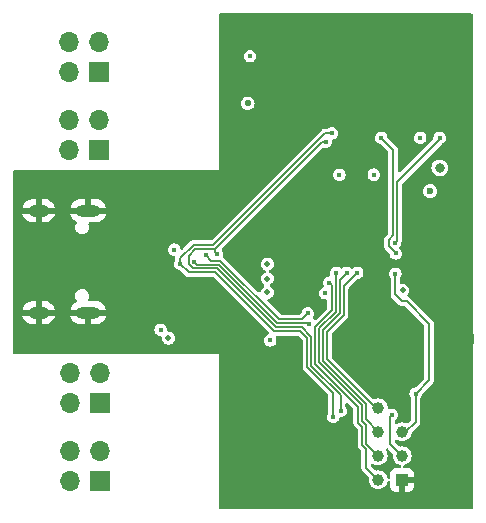
<source format=gbl>
%TF.GenerationSoftware,KiCad,Pcbnew,7.0.7*%
%TF.CreationDate,2024-02-05T14:32:18+01:00*%
%TF.ProjectId,esp-atx-power,6573702d-6174-4782-9d70-6f7765722e6b,1.0.1*%
%TF.SameCoordinates,PX6695f68PY7b6af88*%
%TF.FileFunction,Copper,L4,Bot*%
%TF.FilePolarity,Positive*%
%FSLAX46Y46*%
G04 Gerber Fmt 4.6, Leading zero omitted, Abs format (unit mm)*
G04 Created by KiCad (PCBNEW 7.0.7) date 2024-02-05 14:32:18*
%MOMM*%
%LPD*%
G01*
G04 APERTURE LIST*
%TA.AperFunction,ComponentPad*%
%ADD10R,1.700000X1.700000*%
%TD*%
%TA.AperFunction,ComponentPad*%
%ADD11O,1.700000X1.700000*%
%TD*%
%TA.AperFunction,ComponentPad*%
%ADD12O,2.100000X1.000000*%
%TD*%
%TA.AperFunction,ComponentPad*%
%ADD13O,1.800000X1.000000*%
%TD*%
%TA.AperFunction,ComponentPad*%
%ADD14R,0.500000X0.900000*%
%TD*%
%TA.AperFunction,SMDPad,CuDef*%
%ADD15C,1.000000*%
%TD*%
%TA.AperFunction,SMDPad,CuDef*%
%ADD16R,1.000000X1.000000*%
%TD*%
%TA.AperFunction,ViaPad*%
%ADD17C,0.450000*%
%TD*%
%TA.AperFunction,ViaPad*%
%ADD18C,0.500000*%
%TD*%
%TA.AperFunction,ViaPad*%
%ADD19C,0.550000*%
%TD*%
%TA.AperFunction,ViaPad*%
%ADD20C,0.800000*%
%TD*%
%TA.AperFunction,ViaPad*%
%ADD21C,0.600000*%
%TD*%
%TA.AperFunction,Conductor*%
%ADD22C,0.200000*%
%TD*%
%TA.AperFunction,Conductor*%
%ADD23C,0.250000*%
%TD*%
G04 APERTURE END LIST*
D10*
%TO.P,J104,1,Pin_1*%
%TO.N,Net-(J104-Pin_1)*%
X7747000Y37338000D03*
D11*
%TO.P,J104,2,Pin_2*%
X5207000Y37338000D03*
%TO.P,J104,3,Pin_3*%
%TO.N,Net-(J104-Pin_3)*%
X7747000Y39878000D03*
%TO.P,J104,4,Pin_4*%
X5207000Y39878000D03*
%TD*%
D10*
%TO.P,J103,1,Pin_1*%
%TO.N,Net-(J103-Pin_1)*%
X7747000Y30734000D03*
D11*
%TO.P,J103,2,Pin_2*%
X5207000Y30734000D03*
%TO.P,J103,3,Pin_3*%
%TO.N,Net-(J103-Pin_3)*%
X7747000Y33274000D03*
%TO.P,J103,4,Pin_4*%
X5207000Y33274000D03*
%TD*%
D12*
%TO.P,J105,S1,SHIELD*%
%TO.N,GND*%
X6822000Y25592500D03*
D13*
X2622000Y25592500D03*
D12*
X6822000Y16952500D03*
D13*
X2622000Y16952500D03*
%TD*%
D10*
%TO.P,J101,1,Pin_1*%
%TO.N,Net-(J101-Pin_1)*%
X7809000Y2662000D03*
D11*
%TO.P,J101,2,Pin_2*%
X5269000Y2662000D03*
%TO.P,J101,3,Pin_3*%
%TO.N,Net-(J101-Pin_3)*%
X7809000Y5202000D03*
%TO.P,J101,4,Pin_4*%
X5269000Y5202000D03*
%TD*%
D14*
%TO.P,AE201,2,PCB_Trace*%
%TO.N,GND*%
X39243000Y14708000D03*
%TD*%
D10*
%TO.P,J102,1,Pin_1*%
%TO.N,Net-(J102-Pin_1)*%
X7809000Y9266000D03*
D11*
%TO.P,J102,2,Pin_2*%
X5269000Y9266000D03*
%TO.P,J102,3,Pin_3*%
%TO.N,Net-(J102-Pin_3)*%
X7809000Y11806000D03*
%TO.P,J102,4,Pin_4*%
X5269000Y11806000D03*
%TD*%
D15*
%TO.P,TP203,1,1*%
%TO.N,EN*%
X33401000Y6858000D03*
%TD*%
%TO.P,TP205,1,1*%
%TO.N,Net-(U201-MTD0{slash}IO40)*%
X31369000Y4826000D03*
%TD*%
%TO.P,TP202,1,1*%
%TO.N,+3V3*%
X33401000Y4826000D03*
%TD*%
%TO.P,TP206,1,1*%
%TO.N,Net-(U201-MTDI{slash}IO41)*%
X31369000Y6858000D03*
%TD*%
%TO.P,TP207,1,1*%
%TO.N,Net-(U201-MTMS{slash}IO42)*%
X31369000Y8890000D03*
%TD*%
%TO.P,TP204,1,1*%
%TO.N,Net-(U201-MTCK{slash}IO39)*%
X31369000Y2794000D03*
%TD*%
D16*
%TO.P,TP201,1,1*%
%TO.N,GND*%
X33401000Y2794000D03*
%TD*%
D17*
%TO.N,GND*%
X24430000Y27940000D03*
X24511000Y14605000D03*
D18*
%TO.N,+3V3*%
X13603000Y14802500D03*
D17*
X28085000Y28638500D03*
D19*
X20320000Y34671000D03*
D18*
X21971000Y19826000D03*
D17*
X31006000Y28638500D03*
X26858750Y18603750D03*
D18*
X21971000Y18669000D03*
X21971000Y21082000D03*
X33447000Y18831500D03*
D17*
X32512000Y8317000D03*
X20510500Y38671500D03*
D20*
X36576000Y29210000D03*
D21*
X35773000Y27241500D03*
D17*
X34925000Y31750000D03*
X22225000Y14605000D03*
%TO.N,GND*%
X33655000Y16129000D03*
X37465000Y11049000D03*
X18415000Y36449000D03*
X29845000Y41783000D03*
X18415000Y38989000D03*
X27305000Y5969000D03*
X17145000Y23495000D03*
X31781000Y23558500D03*
X38735000Y9779000D03*
X36195000Y3429000D03*
X33147000Y12446000D03*
X23876000Y36449000D03*
X34671000Y24892000D03*
X35052000Y14351000D03*
X18415000Y12319000D03*
X889000Y16129000D03*
X35052000Y29083000D03*
X4445000Y28448000D03*
X36527363Y20017363D03*
X33655000Y889000D03*
X34671000Y24003000D03*
X34925000Y889000D03*
X24765000Y41783000D03*
X38735000Y17653000D03*
X29576000Y21133000D03*
X18415000Y35179000D03*
X21590000Y35560000D03*
X30907000Y21133000D03*
X9525000Y16129000D03*
X26035000Y41783000D03*
X25781000Y22733000D03*
X30907000Y22288500D03*
X28067000Y12954000D03*
X19685000Y26289000D03*
X2540000Y19939000D03*
X38735000Y40259000D03*
X38735000Y5969000D03*
X889000Y22479000D03*
X37465000Y13589000D03*
X38735000Y2159000D03*
X33782000Y8128000D03*
X26035000Y889000D03*
X37465000Y9779000D03*
X23749000Y11049000D03*
X18415000Y4572000D03*
X1905000Y13970000D03*
X37465000Y21209000D03*
X18415000Y13589000D03*
X9525000Y28448000D03*
X15748000Y17145000D03*
X37592000Y20066000D03*
X38735000Y13589000D03*
X38735000Y28829000D03*
X38735000Y35179000D03*
X889000Y19939000D03*
X3175000Y13970000D03*
X33274000Y29210000D03*
X18415000Y40259000D03*
X25781000Y24003000D03*
X31781000Y22288500D03*
X25400000Y26924000D03*
X35539509Y18377589D03*
X38735000Y31369000D03*
X18415000Y11049000D03*
X17145000Y13716000D03*
X889000Y25019000D03*
X10287000Y24384000D03*
X27305000Y889000D03*
X34544000Y13589000D03*
X19685000Y21971000D03*
X38735000Y27559000D03*
X22225000Y41783000D03*
X15875000Y13716000D03*
X24511000Y22733000D03*
X28575000Y889000D03*
X27686000Y14605000D03*
X12065000Y28448000D03*
X15748000Y18288000D03*
X12065000Y13970000D03*
X30907000Y23558500D03*
X37465000Y22479000D03*
X38735000Y11049000D03*
X4445000Y18669000D03*
X9525000Y13970000D03*
X25146000Y17780000D03*
X33401000Y31115000D03*
X4445000Y16129000D03*
X36195000Y41783000D03*
X22225000Y28829000D03*
X33655000Y38989000D03*
X27305000Y41783000D03*
X32258000Y12446000D03*
X38735000Y36449000D03*
X10795000Y13970000D03*
X27686000Y13779500D03*
X18415000Y2159000D03*
X24511000Y24003000D03*
X33909000Y12954000D03*
X2540000Y22479000D03*
X889000Y18669000D03*
X34918588Y19036809D03*
X36322000Y13589000D03*
X9017000Y26289000D03*
X23876000Y7620000D03*
X38735000Y33909000D03*
X4445000Y23749000D03*
X38735000Y32639000D03*
X38735000Y12319000D03*
X29464000Y17462500D03*
X36161499Y17730844D03*
X38735000Y21209000D03*
X38735000Y37719000D03*
X9271000Y23368000D03*
X9539000Y21272500D03*
X35052000Y21209000D03*
X37352863Y19191863D03*
X18415000Y28829000D03*
X30018000Y28638500D03*
X38735000Y38989000D03*
X19939000Y16637000D03*
X38735000Y22479000D03*
X28448000Y23558500D03*
X24430000Y26924000D03*
X36322000Y16129000D03*
X36195000Y38989000D03*
X23876000Y38989000D03*
X38735000Y8509000D03*
X38735000Y25019000D03*
X31369000Y12446000D03*
X18796000Y15367000D03*
X18415000Y7239000D03*
X28829000Y7620000D03*
X34671000Y12319000D03*
X10795000Y28448000D03*
X9017000Y18542000D03*
X23495000Y13589000D03*
X29576000Y22288500D03*
X38735000Y7239000D03*
X31115000Y889000D03*
X31115000Y41783000D03*
X36195000Y5969000D03*
X38735000Y889000D03*
X13335000Y26289000D03*
X26924000Y28575000D03*
X33782000Y27940000D03*
X14605000Y13970000D03*
X18415000Y30099000D03*
X29637000Y12445481D03*
X35052000Y15240000D03*
X17145000Y28448000D03*
X13335000Y13970000D03*
X24511000Y20320000D03*
X30480000Y17462500D03*
X37465000Y27559000D03*
X29002000Y28638500D03*
X19685000Y889000D03*
X27305000Y3429000D03*
X18415000Y32639000D03*
X38735000Y18796000D03*
X30480000Y18415000D03*
X13335000Y28448000D03*
X23114000Y17653000D03*
X32004000Y28130500D03*
X36195000Y889000D03*
X18415000Y9779000D03*
X37719000Y16256000D03*
X32385000Y889000D03*
X4445000Y13970000D03*
X22225000Y889000D03*
X18415000Y3429000D03*
X29576000Y24713000D03*
X37592000Y28829000D03*
X6985000Y13970000D03*
X38735000Y3429000D03*
X36195000Y36449000D03*
X38735000Y41529000D03*
X4445000Y21209000D03*
X889000Y14859000D03*
X33655000Y26416000D03*
X23876000Y5969000D03*
X31115000Y11049000D03*
X31115000Y36449000D03*
X38735000Y4699000D03*
X37465000Y31369000D03*
X25781000Y21463000D03*
X5715000Y28448000D03*
X36195000Y8509000D03*
X34290000Y19685000D03*
X28575000Y41783000D03*
X37465000Y26289000D03*
X34925000Y41783000D03*
X18415000Y33909000D03*
X18415000Y889000D03*
X38354000Y14859000D03*
X32385000Y41783000D03*
X29845000Y889000D03*
X19685000Y23495000D03*
X38735000Y19939000D03*
X14605000Y28448000D03*
X1905000Y28448000D03*
X28829000Y12700000D03*
X30226000Y31115000D03*
X36322000Y14859000D03*
X29576000Y23558500D03*
X36449000Y21209000D03*
X23495000Y889000D03*
X36322000Y11049000D03*
X36322000Y12319000D03*
X889000Y17399000D03*
X37465000Y12319000D03*
X889000Y26289000D03*
X26035000Y36449000D03*
X4445000Y26289000D03*
X33655000Y41783000D03*
X34671000Y16129000D03*
X28067000Y15494000D03*
X889000Y21209000D03*
X16891000Y17145000D03*
X28448000Y22288500D03*
X12319000Y24130000D03*
X24511000Y12700000D03*
X24765000Y889000D03*
X38608000Y16002000D03*
X35560000Y17018000D03*
X24130000Y30861000D03*
X34671000Y23050500D03*
X25908000Y19177000D03*
X18415000Y8509000D03*
X37465000Y25019000D03*
X10287000Y17526000D03*
X38735000Y26289000D03*
X23495000Y41783000D03*
X30861000Y24713000D03*
X20955000Y41783000D03*
X28575000Y38989000D03*
X37465000Y32639000D03*
X33655000Y11049000D03*
X24511000Y21463000D03*
X16891000Y18288000D03*
X18415000Y31369000D03*
X29464000Y3429000D03*
X32385000Y3937000D03*
X29464000Y16637000D03*
X29591000Y33655000D03*
X37465000Y14859000D03*
X28829000Y16002000D03*
X38735000Y30099000D03*
X23876000Y3429000D03*
X38735000Y23749000D03*
X37465000Y41783000D03*
X18415000Y41783000D03*
X17145000Y26289000D03*
X18415000Y5969000D03*
X6985000Y28448000D03*
X20828000Y19431000D03*
X36947015Y16997576D03*
X15875000Y28448000D03*
X37465000Y23749000D03*
X30480000Y16637000D03*
X37465000Y30099000D03*
X3175000Y28448000D03*
X37465000Y889000D03*
X19685000Y27813000D03*
X32639000Y34036000D03*
X889000Y27559000D03*
X20955000Y889000D03*
X8255000Y28448000D03*
X33655000Y36449000D03*
X30480000Y12446000D03*
X5715000Y13970000D03*
X29464000Y5969000D03*
X28575000Y36449000D03*
X19685000Y41783000D03*
X889000Y23749000D03*
X18415000Y37719000D03*
X33655000Y34036000D03*
X8255000Y13970000D03*
%TO.N,VBUS*%
X12954000Y15494000D03*
X14097000Y22288500D03*
%TO.N,EN*%
X34544000Y10097000D03*
X32812000Y20256500D03*
%TO.N,BOOT*%
X32860132Y21971000D03*
X31623000Y31750000D03*
%TO.N,DTR*%
X27432000Y32131000D03*
X14605000Y21082000D03*
X27559000Y8128000D03*
%TO.N,RTS*%
X26924000Y31435000D03*
X28194000Y8636000D03*
X17717460Y21906540D03*
%TO.N,RX*%
X25400000Y16891000D03*
X16764000Y21844000D03*
%TO.N,TX*%
X15811500Y21272500D03*
X25527000Y16002000D03*
%TO.N,STATUS*%
X36576000Y31750000D03*
X32766000Y22860000D03*
%TO.N,Net-(U201-MTCK{slash}IO39)*%
X27224000Y19494500D03*
%TO.N,Net-(U201-MTD0{slash}IO40)*%
X27813000Y20320000D03*
%TO.N,Net-(U201-MTDI{slash}IO41)*%
X28702000Y20320000D03*
%TO.N,Net-(U201-MTMS{slash}IO42)*%
X29591000Y20320000D03*
%TD*%
D22*
%TO.N,DTR*%
X27559000Y8128000D02*
X27559000Y10160000D01*
X27559000Y10160000D02*
X25381000Y12338000D01*
X25381000Y12338000D02*
X25381000Y14796552D01*
X25381000Y14796552D02*
X24775552Y15402000D01*
X24775552Y15402000D02*
X22557260Y15402000D01*
X22557260Y15402000D02*
X17585260Y20374000D01*
X17585260Y20374000D02*
X15313000Y20374000D01*
X15313000Y20374000D02*
X14605000Y21082000D01*
%TO.N,RTS*%
X28194000Y9987448D02*
X25708000Y12473448D01*
X15307500Y21063736D02*
X15307500Y21784500D01*
X15307500Y21784500D02*
X15871000Y22348000D01*
X25708000Y12473448D02*
X25708000Y14932000D01*
X25708000Y14932000D02*
X24911000Y15729000D01*
X28194000Y8636000D02*
X28194000Y9987448D01*
X24911000Y15729000D02*
X22692708Y15729000D01*
X15871000Y22348000D02*
X17529053Y22348000D01*
X22692708Y15729000D02*
X17720708Y20701000D01*
X17720708Y20701000D02*
X15670236Y20701000D01*
X15670236Y20701000D02*
X15307500Y21063736D01*
%TO.N,RX*%
X25400000Y16891000D02*
X24892000Y16383000D01*
X24892000Y16383000D02*
X22963604Y16383000D01*
X17991604Y21355000D02*
X17253000Y21355000D01*
X17253000Y21355000D02*
X16764000Y21844000D01*
X22963604Y16383000D02*
X17991604Y21355000D01*
%TO.N,RTS*%
X17529053Y22348000D02*
X26616053Y31435000D01*
X26616053Y31435000D02*
X26924000Y31435000D01*
%TO.N,DTR*%
X17393605Y22675000D02*
X15735552Y22675000D01*
X27432000Y32131000D02*
X26849605Y32131000D01*
X14605000Y21544448D02*
X14605000Y21082000D01*
X26849605Y32131000D02*
X17393605Y22675000D01*
X15735552Y22675000D02*
X14605000Y21544448D01*
%TO.N,+3V3*%
X32385000Y8190000D02*
X32385000Y5842000D01*
X32385000Y5842000D02*
X33402500Y4824500D01*
X33402500Y4824500D02*
X33415000Y4824500D01*
X32512000Y8317000D02*
X32385000Y8190000D01*
%TO.N,EN*%
X33401000Y17907000D02*
X33789132Y17907000D01*
X32812000Y18496000D02*
X33401000Y17907000D01*
X35687000Y16009132D02*
X35687000Y11240000D01*
X35687000Y11240000D02*
X34544000Y10097000D01*
X34544000Y10097000D02*
X34544000Y7731500D01*
X33789132Y17907000D02*
X35687000Y16009132D01*
X32812000Y20256500D02*
X32812000Y18496000D01*
X34544000Y7731500D02*
X33669000Y6856500D01*
D23*
X33669000Y6856500D02*
X33415000Y6856500D01*
D22*
%TO.N,BOOT*%
X32860132Y21971000D02*
X32262000Y22569132D01*
X32262000Y22569132D02*
X32262000Y23118000D01*
X32639000Y23495000D02*
X32639000Y30734000D01*
X32262000Y23118000D02*
X32639000Y23495000D01*
X32639000Y30734000D02*
X31623000Y31750000D01*
%TO.N,RTS*%
X17529053Y22094947D02*
X17717460Y21906540D01*
X17529053Y22348000D02*
X17529053Y22094947D01*
%TO.N,TX*%
X16056000Y21028000D02*
X17856156Y21028000D01*
X22828156Y16056000D02*
X25473000Y16056000D01*
X17856156Y21028000D02*
X22828156Y16056000D01*
X15811500Y21272500D02*
X16056000Y21028000D01*
X25473000Y16056000D02*
X25527000Y16002000D01*
%TO.N,STATUS*%
X32766000Y22860000D02*
X32966000Y23060000D01*
X36576000Y31623000D02*
X36576000Y31750000D01*
X32966000Y23060000D02*
X32966000Y28013000D01*
X32966000Y28013000D02*
X36576000Y31623000D01*
%TO.N,Net-(U201-MTCK{slash}IO39)*%
X26035000Y12608896D02*
X29664526Y8979370D01*
X27463000Y19255500D02*
X27463000Y17176000D01*
X30026000Y5719052D02*
X30353000Y5392052D01*
X30026000Y7288604D02*
X30026000Y5719052D01*
X27224000Y19494500D02*
X27463000Y19255500D01*
X30353000Y3822500D02*
X31383000Y2792500D01*
X29664526Y7650078D02*
X30026000Y7288604D01*
X27463000Y17176000D02*
X26035000Y15748000D01*
X26035000Y15748000D02*
X26035000Y12608896D01*
X29664526Y8979370D02*
X29664526Y7650078D01*
X30353000Y5392052D02*
X30353000Y3822500D01*
%TO.N,Net-(U201-MTD0{slash}IO40)*%
X27790000Y17040552D02*
X26362000Y15612552D01*
X27813000Y20320000D02*
X27790000Y20297000D01*
X29991526Y7785526D02*
X30353000Y7424052D01*
X30353000Y5854500D02*
X31383000Y4824500D01*
X26362000Y12744344D02*
X29991526Y9114818D01*
X29991526Y9114818D02*
X29991526Y7785526D01*
X27790000Y20297000D02*
X27790000Y17040552D01*
X30353000Y7424052D02*
X30353000Y5854500D01*
X26362000Y15612552D02*
X26362000Y12744344D01*
%TO.N,Net-(U201-MTDI{slash}IO41)*%
X26689000Y12879792D02*
X30318526Y9250266D01*
X30318526Y9250266D02*
X30318526Y7920974D01*
X28702000Y20320000D02*
X28117000Y19735000D01*
X30318526Y7920974D02*
X31383000Y6856500D01*
X28117000Y19735000D02*
X28117000Y16905104D01*
X26689000Y15477104D02*
X26689000Y12879792D01*
X28117000Y16905104D02*
X26689000Y15477104D01*
%TO.N,Net-(U201-MTMS{slash}IO42)*%
X28444000Y19173000D02*
X28444000Y16769656D01*
X29591000Y20320000D02*
X28444000Y19173000D01*
X27016000Y13015240D02*
X31142740Y8888500D01*
X28444000Y16769656D02*
X27016000Y15341656D01*
X31142740Y8888500D02*
X31383000Y8888500D01*
X27016000Y15341656D02*
X27016000Y13015240D01*
%TD*%
%TA.AperFunction,Conductor*%
%TO.N,GND*%
G36*
X32207603Y5452676D02*
G01*
X32213130Y5447477D01*
X32577428Y5083180D01*
X32610913Y5021857D01*
X32612967Y4981616D01*
X32595435Y4826005D01*
X32595435Y4825997D01*
X32615630Y4646751D01*
X32615631Y4646746D01*
X32675211Y4476477D01*
X32771183Y4323738D01*
X32771184Y4323738D01*
X32898738Y4196184D01*
X32963058Y4155769D01*
X33051474Y4100213D01*
X33051478Y4100211D01*
X33190686Y4051500D01*
X33221745Y4040632D01*
X33228532Y4039083D01*
X33227926Y4036428D01*
X33280936Y4014153D01*
X33320490Y3956557D01*
X33322627Y3886720D01*
X33286668Y3826814D01*
X33224030Y3795859D01*
X33202637Y3794000D01*
X32853155Y3794000D01*
X32793627Y3787599D01*
X32793620Y3787597D01*
X32658913Y3737355D01*
X32658906Y3737351D01*
X32543812Y3651191D01*
X32543809Y3651188D01*
X32457649Y3536094D01*
X32457645Y3536087D01*
X32407403Y3401380D01*
X32407401Y3401373D01*
X32401000Y3341845D01*
X32401000Y2992363D01*
X32381315Y2925324D01*
X32328511Y2879569D01*
X32259353Y2869625D01*
X32195797Y2898650D01*
X32158023Y2957428D01*
X32156188Y2966530D01*
X32155917Y2966468D01*
X32154368Y2973255D01*
X32094788Y3143524D01*
X31998815Y3296263D01*
X31871262Y3423816D01*
X31718523Y3519789D01*
X31548254Y3579369D01*
X31548249Y3579370D01*
X31369004Y3599565D01*
X31368996Y3599565D01*
X31224620Y3583298D01*
X31155798Y3595353D01*
X31123056Y3618837D01*
X30789819Y3952074D01*
X30756334Y4013397D01*
X30753500Y4039755D01*
X30753500Y4042975D01*
X30773185Y4110014D01*
X30825989Y4155769D01*
X30895147Y4165713D01*
X30943472Y4147968D01*
X31019473Y4100213D01*
X31019477Y4100212D01*
X31019478Y4100211D01*
X31046719Y4090679D01*
X31189745Y4040632D01*
X31189750Y4040631D01*
X31368996Y4020435D01*
X31369000Y4020435D01*
X31369004Y4020435D01*
X31548249Y4040631D01*
X31548252Y4040632D01*
X31548255Y4040632D01*
X31718522Y4100211D01*
X31871262Y4196184D01*
X31998816Y4323738D01*
X32094789Y4476478D01*
X32154368Y4646745D01*
X32174565Y4826000D01*
X32174564Y4826005D01*
X32154369Y5005250D01*
X32154368Y5005255D01*
X32094788Y5175524D01*
X32020455Y5293824D01*
X32001455Y5361061D01*
X32021823Y5427896D01*
X32075091Y5473110D01*
X32144347Y5482348D01*
X32207603Y5452676D01*
G37*
%TD.AperFunction*%
%TA.AperFunction,Conductor*%
G36*
X39313039Y42281159D02*
G01*
X39358794Y42228355D01*
X39370000Y42176844D01*
X39370000Y424500D01*
X39350315Y357461D01*
X39297511Y311706D01*
X39246000Y300500D01*
X18031000Y300500D01*
X17963961Y320185D01*
X17918206Y372989D01*
X17907000Y424500D01*
X17907000Y13462000D01*
X551500Y13462000D01*
X484461Y13481685D01*
X438706Y13534489D01*
X427500Y13586000D01*
X427500Y15494000D01*
X12423965Y15494000D01*
X12441763Y15358811D01*
X12442026Y15356819D01*
X12442027Y15356814D01*
X12494974Y15228985D01*
X12494975Y15228983D01*
X12494976Y15228982D01*
X12579209Y15119209D01*
X12688982Y15034976D01*
X12816817Y14982026D01*
X12944110Y14965268D01*
X13008005Y14937002D01*
X13046476Y14878677D01*
X13050862Y14826146D01*
X13047750Y14802506D01*
X13047750Y14802500D01*
X13066670Y14658792D01*
X13066671Y14658788D01*
X13122137Y14524878D01*
X13122138Y14524876D01*
X13122139Y14524875D01*
X13210379Y14409879D01*
X13325375Y14321639D01*
X13459291Y14266170D01*
X13586280Y14249452D01*
X13602999Y14247250D01*
X13603000Y14247250D01*
X13603001Y14247250D01*
X13617977Y14249222D01*
X13746709Y14266170D01*
X13880625Y14321639D01*
X13995621Y14409879D01*
X14083861Y14524875D01*
X14139330Y14658791D01*
X14158250Y14802500D01*
X14139330Y14946209D01*
X14083861Y15080125D01*
X13995621Y15195121D01*
X13880625Y15283361D01*
X13880624Y15283362D01*
X13880622Y15283363D01*
X13746712Y15338829D01*
X13746710Y15338830D01*
X13746709Y15338830D01*
X13668699Y15349101D01*
X13594942Y15358811D01*
X13595274Y15361338D01*
X13540453Y15377435D01*
X13494698Y15430239D01*
X13486363Y15485872D01*
X13484035Y15485872D01*
X13484035Y15494001D01*
X13482152Y15508298D01*
X13465974Y15631183D01*
X13413024Y15759017D01*
X13328791Y15868791D01*
X13328789Y15868792D01*
X13328789Y15868793D01*
X13262220Y15919873D01*
X13219018Y15953024D01*
X13219017Y15953025D01*
X13219015Y15953026D01*
X13091186Y16005973D01*
X13091184Y16005974D01*
X13091183Y16005974D01*
X12999727Y16018015D01*
X12954001Y16024035D01*
X12953999Y16024035D01*
X12885408Y16015005D01*
X12816817Y16005974D01*
X12816816Y16005974D01*
X12816813Y16005973D01*
X12688985Y15953026D01*
X12579209Y15868791D01*
X12494974Y15759015D01*
X12442027Y15631187D01*
X12442026Y15631184D01*
X12442026Y15631183D01*
X12423965Y15494000D01*
X427500Y15494000D01*
X427500Y16702500D01*
X1248634Y16702500D01*
X1248931Y16700554D01*
X1248933Y16700548D01*
X1319562Y16509843D01*
X1319565Y16509836D01*
X1427149Y16337233D01*
X1567264Y16189832D01*
X1567266Y16189831D01*
X1734195Y16073644D01*
X1921092Y15993441D01*
X2120310Y15952500D01*
X2371999Y15952500D01*
X2372000Y16528500D01*
X2391685Y16595539D01*
X2444489Y16641294D01*
X2496000Y16652500D01*
X2748000Y16652500D01*
X2815039Y16632815D01*
X2860794Y16580011D01*
X2872000Y16528500D01*
X2871999Y15952500D01*
X3072713Y15952500D01*
X3224338Y15967919D01*
X3418381Y16028800D01*
X3418391Y16028805D01*
X3596215Y16127506D01*
X3596216Y16127506D01*
X3750530Y16259979D01*
X3750531Y16259980D01*
X3875018Y16420805D01*
X3964588Y16603407D01*
X3990246Y16702500D01*
X5298634Y16702500D01*
X5298931Y16700554D01*
X5298933Y16700548D01*
X5369562Y16509843D01*
X5369565Y16509836D01*
X5477149Y16337233D01*
X5617264Y16189832D01*
X5617266Y16189831D01*
X5784195Y16073644D01*
X5971092Y15993441D01*
X6170310Y15952500D01*
X6572000Y15952500D01*
X6572000Y16528500D01*
X6591685Y16595539D01*
X6644489Y16641294D01*
X6696000Y16652500D01*
X6948000Y16652500D01*
X7015039Y16632815D01*
X7060794Y16580011D01*
X7072000Y16528500D01*
X7072000Y15952500D01*
X7422713Y15952500D01*
X7574338Y15967919D01*
X7768381Y16028800D01*
X7768391Y16028805D01*
X7946215Y16127506D01*
X7946216Y16127506D01*
X8100530Y16259979D01*
X8100531Y16259980D01*
X8225018Y16420805D01*
X8314588Y16603407D01*
X8340246Y16702500D01*
X7776979Y16702500D01*
X7709940Y16722185D01*
X7664185Y16774989D01*
X7654241Y16844147D01*
X7657713Y16860434D01*
X7669854Y16903107D01*
X7675895Y16924340D01*
X7665546Y17036021D01*
X7665544Y17036025D01*
X7663115Y17044563D01*
X7663701Y17114430D01*
X7701966Y17172890D01*
X7765763Y17201381D01*
X7782381Y17202500D01*
X8345366Y17202500D01*
X8345068Y17204447D01*
X8345066Y17204453D01*
X8274437Y17395158D01*
X8274434Y17395165D01*
X8166850Y17567768D01*
X8026735Y17715169D01*
X8026733Y17715170D01*
X7859804Y17831357D01*
X7672907Y17911560D01*
X7473690Y17952500D01*
X6936713Y17952500D01*
X6869674Y17972185D01*
X6823919Y18024989D01*
X6813975Y18094147D01*
X6822152Y18123953D01*
X6866584Y18231220D01*
X6886500Y18382500D01*
X6883904Y18402216D01*
X6867702Y18525288D01*
X6866584Y18533780D01*
X6821420Y18642814D01*
X6808193Y18674748D01*
X6808192Y18674749D01*
X6808192Y18674750D01*
X6715304Y18795804D01*
X6594250Y18888692D01*
X6594249Y18888693D01*
X6594247Y18888694D01*
X6453280Y18947084D01*
X6453278Y18947085D01*
X6339981Y18962000D01*
X6339980Y18962000D01*
X6264020Y18962000D01*
X6264019Y18962000D01*
X6150721Y18947085D01*
X6150719Y18947084D01*
X6009752Y18888694D01*
X5888696Y18795804D01*
X5795806Y18674748D01*
X5737416Y18533781D01*
X5737415Y18533779D01*
X5717500Y18382502D01*
X5717500Y18382499D01*
X5737415Y18231222D01*
X5737416Y18231220D01*
X5795806Y18090253D01*
X5795808Y18090250D01*
X5847277Y18023174D01*
X5872471Y17958005D01*
X5858433Y17889560D01*
X5809619Y17839571D01*
X5809079Y17839269D01*
X5697784Y17777495D01*
X5697783Y17777495D01*
X5543469Y17645022D01*
X5543468Y17645021D01*
X5418981Y17484196D01*
X5329411Y17301594D01*
X5303754Y17202500D01*
X5867021Y17202500D01*
X5934060Y17182815D01*
X5979815Y17130011D01*
X5989759Y17060853D01*
X5986287Y17044566D01*
X5968105Y16980663D01*
X5968104Y16980663D01*
X5978453Y16868983D01*
X5980885Y16860437D01*
X5980299Y16790570D01*
X5942034Y16732110D01*
X5878237Y16703619D01*
X5861619Y16702500D01*
X5298634Y16702500D01*
X3990246Y16702500D01*
X3426979Y16702500D01*
X3359940Y16722185D01*
X3314185Y16774989D01*
X3304241Y16844147D01*
X3307713Y16860434D01*
X3319854Y16903107D01*
X3325895Y16924340D01*
X3315546Y17036021D01*
X3315544Y17036025D01*
X3313115Y17044563D01*
X3313701Y17114430D01*
X3351966Y17172890D01*
X3415763Y17201381D01*
X3432381Y17202500D01*
X3995366Y17202500D01*
X3995068Y17204447D01*
X3995066Y17204453D01*
X3924437Y17395158D01*
X3924434Y17395165D01*
X3816850Y17567768D01*
X3676735Y17715169D01*
X3676733Y17715170D01*
X3509804Y17831357D01*
X3322907Y17911560D01*
X3123690Y17952500D01*
X2872000Y17952500D01*
X2872000Y17376500D01*
X2852315Y17309461D01*
X2799511Y17263706D01*
X2748000Y17252500D01*
X2496000Y17252500D01*
X2428961Y17272185D01*
X2383206Y17324989D01*
X2372000Y17376500D01*
X2372000Y17952500D01*
X2171287Y17952500D01*
X2019661Y17937082D01*
X1825618Y17876201D01*
X1825608Y17876196D01*
X1647784Y17777495D01*
X1647783Y17777495D01*
X1493469Y17645022D01*
X1493468Y17645021D01*
X1368981Y17484196D01*
X1279411Y17301594D01*
X1253754Y17202500D01*
X1817021Y17202500D01*
X1884060Y17182815D01*
X1929815Y17130011D01*
X1939759Y17060853D01*
X1936287Y17044566D01*
X1918105Y16980663D01*
X1918104Y16980663D01*
X1928453Y16868983D01*
X1930885Y16860437D01*
X1930299Y16790570D01*
X1892034Y16732110D01*
X1828237Y16703619D01*
X1811619Y16702500D01*
X1248634Y16702500D01*
X427500Y16702500D01*
X427500Y22288500D01*
X13566965Y22288500D01*
X13582361Y22171556D01*
X13585026Y22151319D01*
X13585027Y22151314D01*
X13637974Y22023485D01*
X13637975Y22023483D01*
X13637976Y22023482D01*
X13722209Y21913709D01*
X13831982Y21829476D01*
X13959817Y21776526D01*
X14097000Y21758465D01*
X14097002Y21758466D01*
X14099466Y21758141D01*
X14163363Y21729875D01*
X14201834Y21671550D01*
X14205755Y21615806D01*
X14204499Y21607880D01*
X14204497Y21524632D01*
X14204500Y21524604D01*
X14204500Y21465380D01*
X14184815Y21398341D01*
X14178876Y21389894D01*
X14145975Y21347018D01*
X14093027Y21219187D01*
X14093026Y21219182D01*
X14074965Y21082001D01*
X14074965Y21082000D01*
X14093026Y20944819D01*
X14093027Y20944814D01*
X14145974Y20816985D01*
X14145975Y20816983D01*
X14145976Y20816982D01*
X14230209Y20707209D01*
X14339982Y20622976D01*
X14467817Y20570026D01*
X14521397Y20562973D01*
X14585292Y20534707D01*
X14592892Y20527715D01*
X14800607Y20320001D01*
X14984950Y20135658D01*
X15074658Y20045950D01*
X15094395Y20035894D01*
X15110981Y20025731D01*
X15128910Y20012704D01*
X15128912Y20012704D01*
X15128913Y20012703D01*
X15149974Y20005860D01*
X15167953Y19998414D01*
X15187696Y19988354D01*
X15209585Y19984888D01*
X15228501Y19980347D01*
X15249567Y19973501D01*
X15278924Y19973501D01*
X15278948Y19973500D01*
X15281481Y19973500D01*
X17368005Y19973500D01*
X17435044Y19953815D01*
X17455686Y19937181D01*
X22089582Y15303285D01*
X22123067Y15241962D01*
X22118083Y15172270D01*
X22076211Y15116337D01*
X22049354Y15101043D01*
X21959985Y15064025D01*
X21959983Y15064024D01*
X21922126Y15034975D01*
X21850209Y14979791D01*
X21765974Y14870015D01*
X21713027Y14742187D01*
X21713026Y14742182D01*
X21694965Y14605001D01*
X21694965Y14605000D01*
X21713026Y14467819D01*
X21713027Y14467814D01*
X21765974Y14339985D01*
X21765975Y14339983D01*
X21765976Y14339982D01*
X21850209Y14230209D01*
X21959982Y14145976D01*
X22087817Y14093026D01*
X22210702Y14076848D01*
X22224999Y14074965D01*
X22225000Y14074965D01*
X22225001Y14074965D01*
X22237947Y14076670D01*
X22362183Y14093026D01*
X22490018Y14145976D01*
X22599791Y14230209D01*
X22684024Y14339982D01*
X22736974Y14467817D01*
X22755035Y14605000D01*
X22736974Y14742183D01*
X22700580Y14830048D01*
X22693111Y14899517D01*
X22724387Y14961996D01*
X22784476Y14997648D01*
X22815141Y15001500D01*
X24558297Y15001500D01*
X24625336Y14981815D01*
X24645978Y14965181D01*
X24944181Y14666978D01*
X24977666Y14605655D01*
X24980500Y14579297D01*
X24980500Y12274571D01*
X24980501Y12274561D01*
X24987346Y12253493D01*
X24991887Y12234582D01*
X24995354Y12212696D01*
X24995355Y12212693D01*
X25005412Y12192955D01*
X25012857Y12174982D01*
X25019704Y12153910D01*
X25032726Y12135986D01*
X25042890Y12119400D01*
X25052950Y12099658D01*
X25073864Y12078744D01*
X25073893Y12078713D01*
X27122181Y10030427D01*
X27155666Y9969104D01*
X27158500Y9942746D01*
X27158500Y8511380D01*
X27138815Y8444341D01*
X27132876Y8435894D01*
X27099975Y8393018D01*
X27047027Y8265187D01*
X27047026Y8265184D01*
X27047026Y8265183D01*
X27042618Y8231702D01*
X27033678Y8163794D01*
X27028965Y8128000D01*
X27037648Y8062045D01*
X27047026Y7990819D01*
X27047027Y7990814D01*
X27099974Y7862985D01*
X27099975Y7862983D01*
X27099976Y7862982D01*
X27184209Y7753209D01*
X27293982Y7668976D01*
X27293983Y7668976D01*
X27293984Y7668975D01*
X27317214Y7659353D01*
X27421817Y7616026D01*
X27544702Y7599848D01*
X27558999Y7597965D01*
X27559000Y7597965D01*
X27559001Y7597965D01*
X27571947Y7599670D01*
X27696183Y7616026D01*
X27824018Y7668976D01*
X27933791Y7753209D01*
X28018024Y7862982D01*
X28070974Y7990817D01*
X28071939Y7998149D01*
X28100204Y8062045D01*
X28158528Y8100517D01*
X28185976Y8104631D01*
X28185941Y8104904D01*
X28193999Y8105966D01*
X28194000Y8105965D01*
X28331183Y8124026D01*
X28459018Y8176976D01*
X28568791Y8261209D01*
X28653024Y8370982D01*
X28705974Y8498817D01*
X28724035Y8636000D01*
X28705974Y8773183D01*
X28674240Y8849797D01*
X28653024Y8901018D01*
X28620124Y8943894D01*
X28594930Y9009063D01*
X28594500Y9019380D01*
X28594500Y9183642D01*
X28614185Y9250681D01*
X28666989Y9296436D01*
X28736147Y9306380D01*
X28799703Y9277355D01*
X28806176Y9271328D01*
X29227708Y8849795D01*
X29261192Y8788474D01*
X29264026Y8762116D01*
X29264026Y7586649D01*
X29264027Y7586639D01*
X29270872Y7565571D01*
X29275413Y7546660D01*
X29278880Y7524774D01*
X29278881Y7524771D01*
X29288938Y7505033D01*
X29296383Y7487060D01*
X29303230Y7465988D01*
X29316252Y7448064D01*
X29326416Y7431478D01*
X29336476Y7411736D01*
X29357390Y7390822D01*
X29357404Y7390807D01*
X29359041Y7389170D01*
X29359042Y7389169D01*
X29589182Y7159030D01*
X29622666Y7097709D01*
X29625500Y7071350D01*
X29625500Y5655623D01*
X29625501Y5655613D01*
X29632346Y5634545D01*
X29636887Y5615634D01*
X29640354Y5593748D01*
X29640355Y5593745D01*
X29650412Y5574007D01*
X29657857Y5556034D01*
X29664704Y5534962D01*
X29677726Y5517038D01*
X29687890Y5500452D01*
X29697950Y5480710D01*
X29718864Y5459796D01*
X29718878Y5459781D01*
X29720515Y5458144D01*
X29720516Y5458143D01*
X29916182Y5262478D01*
X29949666Y5201157D01*
X29952500Y5174798D01*
X29952500Y3759071D01*
X29952501Y3759061D01*
X29959346Y3737993D01*
X29963887Y3719082D01*
X29967354Y3697196D01*
X29967355Y3697193D01*
X29977412Y3677455D01*
X29984857Y3659482D01*
X29991704Y3638410D01*
X30004726Y3620486D01*
X30014890Y3603900D01*
X30024570Y3584903D01*
X30024950Y3584158D01*
X30045864Y3563244D01*
X30045893Y3563213D01*
X30546694Y3062413D01*
X30580179Y3001090D01*
X30582233Y2960849D01*
X30563435Y2794005D01*
X30563435Y2793997D01*
X30583630Y2614751D01*
X30583631Y2614746D01*
X30643211Y2444477D01*
X30728181Y2309249D01*
X30739184Y2291738D01*
X30866738Y2164184D01*
X31019478Y2068211D01*
X31189744Y2008633D01*
X31189745Y2008632D01*
X31189750Y2008631D01*
X31368996Y1988435D01*
X31369000Y1988435D01*
X31369004Y1988435D01*
X31548249Y2008631D01*
X31548252Y2008632D01*
X31548255Y2008632D01*
X31718522Y2068211D01*
X31871262Y2164184D01*
X31998816Y2291738D01*
X32094789Y2444478D01*
X32154368Y2614745D01*
X32154369Y2614751D01*
X32155917Y2621532D01*
X32158573Y2620926D01*
X32180842Y2673930D01*
X32238435Y2713488D01*
X32308272Y2715630D01*
X32368180Y2679675D01*
X32399139Y2617039D01*
X32401000Y2595638D01*
X32401000Y2246156D01*
X32407401Y2186628D01*
X32407403Y2186621D01*
X32457645Y2051914D01*
X32457649Y2051907D01*
X32543809Y1936813D01*
X32543812Y1936810D01*
X32658906Y1850650D01*
X32658913Y1850646D01*
X32793620Y1800404D01*
X32793627Y1800402D01*
X32853155Y1794001D01*
X32853172Y1794000D01*
X33151000Y1794000D01*
X33151000Y2544000D01*
X33651000Y2544000D01*
X33651000Y1794000D01*
X33948828Y1794000D01*
X33948844Y1794001D01*
X34008372Y1800402D01*
X34008379Y1800404D01*
X34143086Y1850646D01*
X34143093Y1850650D01*
X34258187Y1936810D01*
X34258190Y1936813D01*
X34344350Y2051907D01*
X34344354Y2051914D01*
X34394596Y2186621D01*
X34394598Y2186628D01*
X34400999Y2246156D01*
X34401000Y2246173D01*
X34401000Y2544000D01*
X33651000Y2544000D01*
X33151000Y2544000D01*
X33151000Y2920000D01*
X33170685Y2987039D01*
X33223489Y3032794D01*
X33275000Y3044000D01*
X34401000Y3044000D01*
X34401000Y3341828D01*
X34400999Y3341845D01*
X34394598Y3401373D01*
X34394596Y3401380D01*
X34344354Y3536087D01*
X34344350Y3536094D01*
X34258190Y3651188D01*
X34258187Y3651191D01*
X34143093Y3737351D01*
X34143086Y3737355D01*
X34008379Y3787597D01*
X34008372Y3787599D01*
X33948844Y3794000D01*
X33599363Y3794000D01*
X33532324Y3813685D01*
X33486569Y3866489D01*
X33476625Y3935647D01*
X33505650Y3999203D01*
X33564428Y4036977D01*
X33573529Y4038812D01*
X33573468Y4039083D01*
X33580253Y4040632D01*
X33580255Y4040632D01*
X33750522Y4100211D01*
X33903262Y4196184D01*
X34030816Y4323738D01*
X34126789Y4476478D01*
X34186368Y4646745D01*
X34206565Y4826000D01*
X34206564Y4826005D01*
X34186369Y5005250D01*
X34186368Y5005255D01*
X34126788Y5175524D01*
X34030815Y5328263D01*
X33903262Y5455816D01*
X33750523Y5551789D01*
X33580254Y5611369D01*
X33580249Y5611370D01*
X33401004Y5631565D01*
X33400996Y5631565D01*
X33245384Y5614033D01*
X33176562Y5626088D01*
X33143820Y5649572D01*
X32983137Y5810255D01*
X32821819Y5971574D01*
X32788334Y6032897D01*
X32785500Y6059255D01*
X32785500Y6074975D01*
X32805185Y6142014D01*
X32857989Y6187769D01*
X32927147Y6197713D01*
X32975472Y6179968D01*
X33051473Y6132213D01*
X33051477Y6132212D01*
X33051478Y6132211D01*
X33215049Y6074975D01*
X33221745Y6072632D01*
X33221750Y6072631D01*
X33400996Y6052435D01*
X33401000Y6052435D01*
X33401004Y6052435D01*
X33580249Y6072631D01*
X33580252Y6072632D01*
X33580255Y6072632D01*
X33750522Y6132211D01*
X33903262Y6228184D01*
X34030816Y6355738D01*
X34126789Y6508478D01*
X34186368Y6678745D01*
X34197855Y6780708D01*
X34224920Y6845118D01*
X34233384Y6854493D01*
X34849484Y7470591D01*
X34849484Y7470592D01*
X34856552Y7477659D01*
X34856557Y7477666D01*
X34872050Y7493158D01*
X34882109Y7512902D01*
X34892269Y7529482D01*
X34905296Y7547411D01*
X34912142Y7568483D01*
X34919588Y7586457D01*
X34929645Y7606195D01*
X34929646Y7606196D01*
X34933112Y7628084D01*
X34937651Y7646990D01*
X34944500Y7668067D01*
X34944500Y7794933D01*
X34944500Y9713621D01*
X34964185Y9780660D01*
X34970119Y9789101D01*
X35003024Y9831982D01*
X35055974Y9959817D01*
X35063027Y10013399D01*
X35091292Y10077293D01*
X35098273Y10084882D01*
X35992483Y10979091D01*
X36015050Y11001658D01*
X36025107Y11021399D01*
X36035277Y11037993D01*
X36048296Y11055910D01*
X36055142Y11076984D01*
X36062585Y11094953D01*
X36072646Y11114696D01*
X36076112Y11136583D01*
X36080655Y11155502D01*
X36087500Y11176567D01*
X36087500Y11303433D01*
X36087500Y11303434D01*
X36087500Y16040651D01*
X36087500Y16040652D01*
X36087500Y16072565D01*
X36080653Y16093635D01*
X36076111Y16112555D01*
X36072646Y16134436D01*
X36062584Y16154183D01*
X36055140Y16172156D01*
X36048295Y16193223D01*
X36035274Y16211145D01*
X36025108Y16227734D01*
X36015050Y16247474D01*
X35994398Y16268126D01*
X35994380Y16268146D01*
X34048419Y18214107D01*
X34048388Y18214136D01*
X34027474Y18235050D01*
X34027473Y18235051D01*
X34007732Y18245110D01*
X33991146Y18255274D01*
X33973222Y18268296D01*
X33973223Y18268296D01*
X33952150Y18275143D01*
X33934174Y18282589D01*
X33912822Y18293469D01*
X33862027Y18341445D01*
X33845233Y18409266D01*
X33867772Y18475401D01*
X33870727Y18479418D01*
X33927861Y18553875D01*
X33983330Y18687791D01*
X34002250Y18831500D01*
X33983330Y18975209D01*
X33927861Y19109125D01*
X33839621Y19224121D01*
X33724625Y19312361D01*
X33724624Y19312362D01*
X33724622Y19312363D01*
X33590712Y19367829D01*
X33590710Y19367830D01*
X33590709Y19367830D01*
X33518854Y19377291D01*
X33447001Y19386750D01*
X33446999Y19386750D01*
X33392418Y19379565D01*
X33352685Y19374334D01*
X33283650Y19385098D01*
X33231394Y19431478D01*
X33212500Y19497272D01*
X33212500Y19873121D01*
X33232185Y19940160D01*
X33238119Y19948601D01*
X33271024Y19991482D01*
X33323974Y20119317D01*
X33342035Y20256500D01*
X33323974Y20393683D01*
X33271024Y20521517D01*
X33186791Y20631291D01*
X33186789Y20631292D01*
X33186789Y20631293D01*
X33077015Y20715526D01*
X32949186Y20768473D01*
X32949184Y20768474D01*
X32949183Y20768474D01*
X32857727Y20780515D01*
X32812001Y20786535D01*
X32811999Y20786535D01*
X32754950Y20779024D01*
X32674817Y20768474D01*
X32674816Y20768474D01*
X32674813Y20768473D01*
X32546985Y20715526D01*
X32437209Y20631291D01*
X32352974Y20521515D01*
X32300027Y20393687D01*
X32300026Y20393684D01*
X32300026Y20393683D01*
X32281965Y20256500D01*
X32292524Y20176296D01*
X32300026Y20119319D01*
X32300027Y20119314D01*
X32352974Y19991485D01*
X32352975Y19991483D01*
X32352976Y19991482D01*
X32385875Y19948608D01*
X32411070Y19883440D01*
X32411500Y19873121D01*
X32411500Y18432571D01*
X32411501Y18432561D01*
X32418346Y18411493D01*
X32422887Y18392582D01*
X32426354Y18370696D01*
X32426355Y18370693D01*
X32436412Y18350955D01*
X32443857Y18332982D01*
X32450704Y18311910D01*
X32463726Y18293986D01*
X32473890Y18277400D01*
X32478529Y18268296D01*
X32483950Y18257658D01*
X32504864Y18236744D01*
X32504893Y18236713D01*
X33141986Y17599620D01*
X33142006Y17599602D01*
X33162658Y17578950D01*
X33182398Y17568892D01*
X33198987Y17558726D01*
X33216909Y17545705D01*
X33216910Y17545705D01*
X33216911Y17545704D01*
X33237980Y17538858D01*
X33255949Y17531416D01*
X33275696Y17521354D01*
X33297582Y17517888D01*
X33316497Y17513347D01*
X33337567Y17506500D01*
X33369481Y17506500D01*
X33571877Y17506500D01*
X33638916Y17486815D01*
X33659558Y17470181D01*
X35250181Y15879559D01*
X35283666Y15818236D01*
X35286500Y15791878D01*
X35286500Y11457256D01*
X35266815Y11390217D01*
X35250181Y11369575D01*
X34531892Y10651287D01*
X34470569Y10617802D01*
X34460399Y10616029D01*
X34406815Y10608974D01*
X34278985Y10556026D01*
X34169209Y10471791D01*
X34084974Y10362015D01*
X34032027Y10234187D01*
X34032026Y10234184D01*
X34032026Y10234183D01*
X34013965Y10097000D01*
X34032025Y9959822D01*
X34032026Y9959819D01*
X34032027Y9959814D01*
X34084974Y9831985D01*
X34084975Y9831983D01*
X34084976Y9831982D01*
X34117875Y9789108D01*
X34143070Y9723940D01*
X34143500Y9713621D01*
X34143500Y7948756D01*
X34123815Y7881717D01*
X34107181Y7861075D01*
X33864414Y7618309D01*
X33803091Y7584824D01*
X33735778Y7588949D01*
X33580262Y7643367D01*
X33580249Y7643370D01*
X33401004Y7663565D01*
X33400996Y7663565D01*
X33221750Y7643370D01*
X33221745Y7643369D01*
X33051476Y7583789D01*
X32975472Y7536032D01*
X32908235Y7517032D01*
X32841400Y7537400D01*
X32796186Y7590668D01*
X32785500Y7641026D01*
X32785500Y7803336D01*
X32805185Y7870375D01*
X32834012Y7901711D01*
X32886791Y7942209D01*
X32971024Y8051982D01*
X33023974Y8179817D01*
X33042035Y8317000D01*
X33023974Y8454183D01*
X32971024Y8582017D01*
X32886791Y8691791D01*
X32886789Y8691792D01*
X32886789Y8691793D01*
X32795143Y8762116D01*
X32777018Y8776024D01*
X32777017Y8776025D01*
X32777015Y8776026D01*
X32649186Y8828973D01*
X32649184Y8828974D01*
X32649183Y8828974D01*
X32557727Y8841015D01*
X32512001Y8847035D01*
X32511999Y8847035D01*
X32453317Y8839309D01*
X32374817Y8828974D01*
X32374816Y8828974D01*
X32374813Y8828973D01*
X32342285Y8815500D01*
X32272815Y8808033D01*
X32210337Y8839309D01*
X32174686Y8899399D01*
X32171615Y8916179D01*
X32168492Y8943894D01*
X32156122Y9053690D01*
X32154369Y9069251D01*
X32154368Y9069255D01*
X32094788Y9239524D01*
X31998815Y9392263D01*
X31871262Y9519816D01*
X31718523Y9615789D01*
X31548254Y9675369D01*
X31548249Y9675370D01*
X31369004Y9695565D01*
X31368996Y9695565D01*
X31189750Y9675370D01*
X31189737Y9675367D01*
X31065141Y9631768D01*
X30995362Y9628206D01*
X30936505Y9661128D01*
X27452819Y13144814D01*
X27419334Y13206137D01*
X27416500Y13232495D01*
X27416500Y15124402D01*
X27436185Y15191441D01*
X27452819Y15212083D01*
X28083977Y15843240D01*
X28749484Y16508747D01*
X28749484Y16508748D01*
X28756552Y16515815D01*
X28756557Y16515822D01*
X28772050Y16531314D01*
X28782114Y16551068D01*
X28792263Y16567630D01*
X28805296Y16585566D01*
X28812144Y16606645D01*
X28819586Y16624612D01*
X28829646Y16644352D01*
X28833112Y16666239D01*
X28837655Y16685158D01*
X28844500Y16706223D01*
X28844500Y16833089D01*
X28844500Y16833090D01*
X28844500Y18955746D01*
X28864185Y19022785D01*
X28880815Y19043423D01*
X29603108Y19765717D01*
X29664429Y19799200D01*
X29674587Y19800971D01*
X29728183Y19808026D01*
X29856018Y19860976D01*
X29965791Y19945209D01*
X30050024Y20054982D01*
X30102974Y20182817D01*
X30121035Y20320000D01*
X30102974Y20457183D01*
X30056840Y20568561D01*
X30050025Y20585015D01*
X30050024Y20585016D01*
X30050024Y20585017D01*
X29965791Y20694791D01*
X29965789Y20694792D01*
X29965789Y20694793D01*
X29856015Y20779026D01*
X29728186Y20831973D01*
X29728184Y20831974D01*
X29728183Y20831974D01*
X29636727Y20844015D01*
X29591001Y20850035D01*
X29590999Y20850035D01*
X29522408Y20841005D01*
X29453817Y20831974D01*
X29453816Y20831974D01*
X29453813Y20831973D01*
X29325984Y20779026D01*
X29325982Y20779024D01*
X29221986Y20699225D01*
X29156817Y20674031D01*
X29088372Y20688070D01*
X29071014Y20699225D01*
X28967018Y20779024D01*
X28967016Y20779025D01*
X28839186Y20831973D01*
X28839184Y20831974D01*
X28839183Y20831974D01*
X28747727Y20844015D01*
X28702001Y20850035D01*
X28701999Y20850035D01*
X28633408Y20841005D01*
X28564817Y20831974D01*
X28564816Y20831974D01*
X28564813Y20831973D01*
X28436984Y20779026D01*
X28436982Y20779024D01*
X28332986Y20699225D01*
X28267817Y20674031D01*
X28199372Y20688070D01*
X28182014Y20699225D01*
X28078018Y20779024D01*
X28078016Y20779025D01*
X27950186Y20831973D01*
X27950184Y20831974D01*
X27950183Y20831974D01*
X27858727Y20844015D01*
X27813001Y20850035D01*
X27812999Y20850035D01*
X27744408Y20841005D01*
X27675817Y20831974D01*
X27675816Y20831974D01*
X27675813Y20831973D01*
X27547985Y20779026D01*
X27438209Y20694791D01*
X27353974Y20585015D01*
X27301027Y20457187D01*
X27301026Y20457182D01*
X27282965Y20320001D01*
X27282965Y20320000D01*
X27301026Y20182816D01*
X27302773Y20176296D01*
X27301108Y20106446D01*
X27261943Y20048585D01*
X27199183Y20021268D01*
X27120067Y20010852D01*
X27086817Y20006474D01*
X27086816Y20006474D01*
X27086813Y20006473D01*
X26958985Y19953526D01*
X26849209Y19869291D01*
X26764974Y19759515D01*
X26712027Y19631687D01*
X26712026Y19631684D01*
X26712026Y19631683D01*
X26693965Y19494500D01*
X26712026Y19357317D01*
X26720765Y19336219D01*
X26751386Y19262291D01*
X26758854Y19192822D01*
X26727578Y19130343D01*
X26684277Y19100279D01*
X26593735Y19062775D01*
X26593733Y19062774D01*
X26568520Y19043427D01*
X26483959Y18978541D01*
X26399724Y18868765D01*
X26346777Y18740937D01*
X26346776Y18740934D01*
X26346776Y18740933D01*
X26328715Y18603750D01*
X26339044Y18525292D01*
X26346776Y18466569D01*
X26346777Y18466564D01*
X26399724Y18338735D01*
X26399725Y18338733D01*
X26399726Y18338732D01*
X26483959Y18228959D01*
X26593732Y18144726D01*
X26721567Y18091776D01*
X26844452Y18075598D01*
X26858749Y18073715D01*
X26858749Y18073716D01*
X26858750Y18073715D01*
X26922314Y18082084D01*
X26991349Y18071319D01*
X27043605Y18024940D01*
X27062500Y17959145D01*
X27062500Y17393256D01*
X27042815Y17326217D01*
X27026181Y17305575D01*
X26086699Y16366093D01*
X26025376Y16332608D01*
X25955684Y16337592D01*
X25908766Y16372281D01*
X25907534Y16371048D01*
X25901794Y16376789D01*
X25882399Y16391672D01*
X25852897Y16414310D01*
X25811696Y16470737D01*
X25807541Y16540483D01*
X25830008Y16588169D01*
X25859024Y16625982D01*
X25911974Y16753817D01*
X25930035Y16891000D01*
X25911974Y17028183D01*
X25869796Y17130011D01*
X25859025Y17156015D01*
X25859024Y17156016D01*
X25859024Y17156017D01*
X25774791Y17265791D01*
X25774789Y17265792D01*
X25774789Y17265793D01*
X25665015Y17350026D01*
X25537186Y17402973D01*
X25537184Y17402974D01*
X25537183Y17402974D01*
X25445727Y17415015D01*
X25400001Y17421035D01*
X25399999Y17421035D01*
X25331408Y17412005D01*
X25262817Y17402974D01*
X25262816Y17402974D01*
X25262813Y17402973D01*
X25134985Y17350026D01*
X25025209Y17265791D01*
X24940974Y17156015D01*
X24888026Y17028184D01*
X24880971Y16974601D01*
X24852703Y16910705D01*
X24845714Y16903108D01*
X24762424Y16819818D01*
X24701104Y16786334D01*
X24674745Y16783500D01*
X23180859Y16783500D01*
X23113820Y16803185D01*
X23093178Y16819819D01*
X21997027Y17915970D01*
X21963542Y17977293D01*
X21968526Y18046985D01*
X22010398Y18102918D01*
X22068522Y18126590D01*
X22114709Y18132670D01*
X22248625Y18188139D01*
X22363621Y18276379D01*
X22451861Y18391375D01*
X22507330Y18525291D01*
X22526250Y18669000D01*
X22507330Y18812709D01*
X22451861Y18946625D01*
X22363621Y19061621D01*
X22249582Y19149127D01*
X22208382Y19205552D01*
X22204227Y19275298D01*
X22238440Y19336219D01*
X22249572Y19345867D01*
X22363621Y19433379D01*
X22451861Y19548375D01*
X22507330Y19682291D01*
X22526250Y19826000D01*
X22507330Y19969709D01*
X22451861Y20103625D01*
X22363621Y20218621D01*
X22248625Y20306861D01*
X22248624Y20306862D01*
X22248622Y20306863D01*
X22169974Y20339439D01*
X22115570Y20383279D01*
X22093505Y20449573D01*
X22110784Y20517273D01*
X22161921Y20564884D01*
X22169974Y20568561D01*
X22209702Y20585017D01*
X22248625Y20601139D01*
X22363621Y20689379D01*
X22451861Y20804375D01*
X22507330Y20938291D01*
X22526250Y21082000D01*
X22507330Y21225709D01*
X22451861Y21359625D01*
X22363621Y21474621D01*
X22248625Y21562861D01*
X22248624Y21562862D01*
X22248622Y21562863D01*
X22114712Y21618329D01*
X22114710Y21618330D01*
X22114709Y21618330D01*
X22042854Y21627790D01*
X21971001Y21637250D01*
X21970999Y21637250D01*
X21827291Y21618330D01*
X21827287Y21618329D01*
X21693377Y21562863D01*
X21578379Y21474621D01*
X21490137Y21359623D01*
X21434671Y21225713D01*
X21434670Y21225709D01*
X21415750Y21082001D01*
X21415750Y21082000D01*
X21434670Y20938292D01*
X21434671Y20938288D01*
X21490137Y20804378D01*
X21490138Y20804376D01*
X21490139Y20804375D01*
X21578379Y20689379D01*
X21693375Y20601139D01*
X21716380Y20591610D01*
X21772025Y20568561D01*
X21826429Y20524720D01*
X21848494Y20458426D01*
X21831215Y20390727D01*
X21780078Y20343116D01*
X21772025Y20339439D01*
X21693378Y20306863D01*
X21578379Y20218621D01*
X21490137Y20103623D01*
X21434671Y19969713D01*
X21434670Y19969709D01*
X21415750Y19826001D01*
X21415750Y19826000D01*
X21434670Y19682292D01*
X21434671Y19682288D01*
X21490137Y19548378D01*
X21490138Y19548376D01*
X21490139Y19548375D01*
X21578379Y19433379D01*
X21630382Y19393476D01*
X21692415Y19345875D01*
X21733617Y19289447D01*
X21737772Y19219701D01*
X21703559Y19158781D01*
X21692415Y19149125D01*
X21578381Y19061623D01*
X21490137Y18946623D01*
X21434671Y18812713D01*
X21434670Y18812709D01*
X21428589Y18766522D01*
X21400321Y18702626D01*
X21341996Y18664155D01*
X21272132Y18663325D01*
X21217969Y18695028D01*
X18261926Y21651072D01*
X18228441Y21712395D01*
X18229603Y21761139D01*
X18228373Y21761300D01*
X18231203Y21782790D01*
X18247495Y21906540D01*
X18229434Y22043723D01*
X18209872Y22090949D01*
X18176485Y22171556D01*
X18176483Y22171558D01*
X18130891Y22230975D01*
X18105697Y22296144D01*
X18119735Y22364589D01*
X18141583Y22394139D01*
X24385944Y28638500D01*
X27554965Y28638500D01*
X27573026Y28501319D01*
X27573027Y28501314D01*
X27625974Y28373485D01*
X27625975Y28373483D01*
X27625976Y28373482D01*
X27710209Y28263709D01*
X27819982Y28179476D01*
X27947817Y28126526D01*
X28070702Y28110348D01*
X28084999Y28108465D01*
X28085000Y28108465D01*
X28085001Y28108465D01*
X28097947Y28110170D01*
X28222183Y28126526D01*
X28350018Y28179476D01*
X28459791Y28263709D01*
X28544024Y28373482D01*
X28596974Y28501317D01*
X28615035Y28638500D01*
X30475965Y28638500D01*
X30494026Y28501319D01*
X30494027Y28501314D01*
X30546974Y28373485D01*
X30546975Y28373483D01*
X30546976Y28373482D01*
X30631209Y28263709D01*
X30740982Y28179476D01*
X30868817Y28126526D01*
X30991702Y28110348D01*
X31005999Y28108465D01*
X31006000Y28108465D01*
X31006001Y28108465D01*
X31018947Y28110170D01*
X31143183Y28126526D01*
X31271018Y28179476D01*
X31380791Y28263709D01*
X31465024Y28373482D01*
X31517974Y28501317D01*
X31536035Y28638500D01*
X31517974Y28775683D01*
X31465024Y28903517D01*
X31380791Y29013291D01*
X31380789Y29013292D01*
X31380789Y29013293D01*
X31271015Y29097526D01*
X31143186Y29150473D01*
X31143184Y29150474D01*
X31143183Y29150474D01*
X31051727Y29162515D01*
X31006001Y29168535D01*
X31005999Y29168535D01*
X30937408Y29159505D01*
X30868817Y29150474D01*
X30868816Y29150474D01*
X30868813Y29150473D01*
X30740985Y29097526D01*
X30631209Y29013291D01*
X30546974Y28903515D01*
X30494027Y28775687D01*
X30494026Y28775682D01*
X30475965Y28638501D01*
X30475965Y28638500D01*
X28615035Y28638500D01*
X28596974Y28775683D01*
X28544024Y28903517D01*
X28459791Y29013291D01*
X28459789Y29013292D01*
X28459789Y29013293D01*
X28350015Y29097526D01*
X28222186Y29150473D01*
X28222184Y29150474D01*
X28222183Y29150474D01*
X28130727Y29162515D01*
X28085001Y29168535D01*
X28084999Y29168535D01*
X28016408Y29159505D01*
X27947817Y29150474D01*
X27947816Y29150474D01*
X27947813Y29150473D01*
X27819985Y29097526D01*
X27710209Y29013291D01*
X27625974Y28903515D01*
X27573027Y28775687D01*
X27573026Y28775682D01*
X27554965Y28638501D01*
X27554965Y28638500D01*
X24385944Y28638500D01*
X26645963Y30898519D01*
X26707284Y30932002D01*
X26776976Y30927018D01*
X26781073Y30925405D01*
X26786817Y30923026D01*
X26908039Y30907067D01*
X26923999Y30904965D01*
X26924000Y30904965D01*
X26924001Y30904965D01*
X26936947Y30906670D01*
X27061183Y30923026D01*
X27189018Y30975976D01*
X27298791Y31060209D01*
X27383024Y31169982D01*
X27435974Y31297817D01*
X27454035Y31435000D01*
X27448367Y31478051D01*
X27459132Y31547085D01*
X27505512Y31599341D01*
X27555121Y31617175D01*
X27569183Y31619026D01*
X27697018Y31671976D01*
X27798699Y31750000D01*
X31092965Y31750000D01*
X31110208Y31619028D01*
X31111026Y31612819D01*
X31111027Y31612814D01*
X31163974Y31484985D01*
X31163975Y31484983D01*
X31163976Y31484982D01*
X31248209Y31375209D01*
X31357982Y31290976D01*
X31485817Y31238026D01*
X31539397Y31230973D01*
X31603292Y31202707D01*
X31610892Y31195715D01*
X31909583Y30897024D01*
X32202181Y30604427D01*
X32235666Y30543104D01*
X32238500Y30516746D01*
X32238500Y23712255D01*
X32218815Y23645216D01*
X32202181Y23624574D01*
X31956513Y23378906D01*
X31933949Y23356341D01*
X31933948Y23356340D01*
X31923891Y23336603D01*
X31913731Y23320023D01*
X31900706Y23302095D01*
X31900703Y23302090D01*
X31893854Y23281012D01*
X31886413Y23263048D01*
X31876354Y23243305D01*
X31872887Y23221418D01*
X31868347Y23202509D01*
X31861500Y23181433D01*
X31861500Y22505703D01*
X31861501Y22505693D01*
X31868346Y22484625D01*
X31872887Y22465714D01*
X31876354Y22443828D01*
X31876355Y22443825D01*
X31886412Y22424087D01*
X31893857Y22406114D01*
X31900704Y22385042D01*
X31913726Y22367118D01*
X31923890Y22350532D01*
X31933570Y22331535D01*
X31933950Y22330790D01*
X31954864Y22309876D01*
X31954893Y22309845D01*
X32305845Y21958895D01*
X32339330Y21897572D01*
X32341103Y21887401D01*
X32348158Y21833816D01*
X32401106Y21705985D01*
X32401107Y21705983D01*
X32401108Y21705982D01*
X32485341Y21596209D01*
X32595114Y21511976D01*
X32722949Y21459026D01*
X32845834Y21442848D01*
X32860131Y21440965D01*
X32860132Y21440965D01*
X32860133Y21440965D01*
X32873079Y21442670D01*
X32997315Y21459026D01*
X33125150Y21511976D01*
X33234923Y21596209D01*
X33319156Y21705982D01*
X33372106Y21833817D01*
X33390167Y21971000D01*
X33372106Y22108183D01*
X33336806Y22193406D01*
X33319157Y22236015D01*
X33319156Y22236016D01*
X33319156Y22236017D01*
X33234923Y22345791D01*
X33234921Y22345792D01*
X33234921Y22345793D01*
X33210425Y22364589D01*
X33206716Y22367436D01*
X33165515Y22423862D01*
X33161360Y22493608D01*
X33183827Y22541294D01*
X33225024Y22594982D01*
X33277974Y22722817D01*
X33287138Y22792430D01*
X33299590Y22832533D01*
X33304111Y22841406D01*
X33314274Y22857988D01*
X33327296Y22875911D01*
X33334142Y22896983D01*
X33341588Y22914957D01*
X33351645Y22934695D01*
X33351646Y22934696D01*
X33355112Y22956584D01*
X33359651Y22975490D01*
X33366500Y22996567D01*
X33366500Y23123433D01*
X33366500Y23123434D01*
X33366500Y27241499D01*
X35167318Y27241499D01*
X35187955Y27084740D01*
X35187956Y27084738D01*
X35248464Y26938659D01*
X35344718Y26813218D01*
X35470159Y26716964D01*
X35616238Y26656456D01*
X35694619Y26646138D01*
X35772999Y26635818D01*
X35773000Y26635818D01*
X35773001Y26635818D01*
X35825253Y26642698D01*
X35929762Y26656456D01*
X36075841Y26716964D01*
X36201282Y26813218D01*
X36297536Y26938659D01*
X36358044Y27084738D01*
X36378682Y27241500D01*
X36358044Y27398262D01*
X36297536Y27544341D01*
X36201282Y27669782D01*
X36075841Y27766036D01*
X35929762Y27826544D01*
X35929760Y27826545D01*
X35773001Y27847182D01*
X35772999Y27847182D01*
X35616239Y27826545D01*
X35616237Y27826544D01*
X35470160Y27766037D01*
X35344718Y27669782D01*
X35248463Y27544340D01*
X35187956Y27398263D01*
X35187955Y27398261D01*
X35167318Y27241502D01*
X35167318Y27241499D01*
X33366500Y27241499D01*
X33366500Y27795747D01*
X33386185Y27862785D01*
X33402814Y27883422D01*
X34729393Y29210001D01*
X35870355Y29210001D01*
X35890859Y29041131D01*
X35890860Y29041126D01*
X35951182Y28882069D01*
X35982931Y28836074D01*
X36047817Y28742071D01*
X36148477Y28652894D01*
X36175150Y28629264D01*
X36325773Y28550211D01*
X36325775Y28550210D01*
X36490944Y28509500D01*
X36661056Y28509500D01*
X36826225Y28550210D01*
X36905692Y28591919D01*
X36976849Y28629264D01*
X36976850Y28629266D01*
X36976852Y28629266D01*
X37104183Y28742071D01*
X37200818Y28882070D01*
X37261140Y29041128D01*
X37281645Y29210000D01*
X37261140Y29378872D01*
X37200818Y29537930D01*
X37104183Y29677929D01*
X36976852Y29790734D01*
X36976849Y29790737D01*
X36826226Y29869790D01*
X36661056Y29910500D01*
X36490944Y29910500D01*
X36325773Y29869790D01*
X36175150Y29790737D01*
X36047816Y29677928D01*
X35951182Y29537932D01*
X35890860Y29378875D01*
X35890859Y29378870D01*
X35870355Y29210001D01*
X34729393Y29210001D01*
X36771257Y31251866D01*
X36811484Y31278744D01*
X36841018Y31290976D01*
X36950791Y31375209D01*
X37035024Y31484982D01*
X37087974Y31612817D01*
X37106035Y31750000D01*
X37087974Y31887183D01*
X37052674Y31972406D01*
X37035025Y32015015D01*
X37035024Y32015016D01*
X37035024Y32015017D01*
X36950791Y32124791D01*
X36950789Y32124792D01*
X36950789Y32124793D01*
X36841015Y32209026D01*
X36713186Y32261973D01*
X36713184Y32261974D01*
X36713183Y32261974D01*
X36621727Y32274015D01*
X36576001Y32280035D01*
X36575999Y32280035D01*
X36507408Y32271005D01*
X36438817Y32261974D01*
X36438816Y32261974D01*
X36438813Y32261973D01*
X36310985Y32209026D01*
X36201209Y32124791D01*
X36116974Y32015015D01*
X36064027Y31887187D01*
X36064026Y31887182D01*
X36045965Y31750001D01*
X36045965Y31749999D01*
X36048528Y31730531D01*
X36037762Y31661496D01*
X36013270Y31626665D01*
X33251181Y28864575D01*
X33189858Y28831090D01*
X33120166Y28836074D01*
X33064233Y28877946D01*
X33039816Y28943410D01*
X33039500Y28952256D01*
X33039500Y30797432D01*
X33039500Y30797433D01*
X33032652Y30818509D01*
X33028111Y30837422D01*
X33024646Y30859304D01*
X33014588Y30879042D01*
X33007140Y30897024D01*
X33004560Y30904965D01*
X33000296Y30918090D01*
X32987271Y30936018D01*
X32977106Y30952606D01*
X32967050Y30972342D01*
X32946398Y30992994D01*
X32946380Y30993014D01*
X32189393Y31750000D01*
X34394965Y31750000D01*
X34412208Y31619028D01*
X34413026Y31612819D01*
X34413027Y31612814D01*
X34465974Y31484985D01*
X34465975Y31484983D01*
X34465976Y31484982D01*
X34550209Y31375209D01*
X34659982Y31290976D01*
X34659983Y31290976D01*
X34659984Y31290975D01*
X34689511Y31278745D01*
X34787817Y31238026D01*
X34910702Y31221848D01*
X34924999Y31219965D01*
X34925000Y31219965D01*
X34925001Y31219965D01*
X34937947Y31221670D01*
X35062183Y31238026D01*
X35190018Y31290976D01*
X35299791Y31375209D01*
X35384024Y31484982D01*
X35436974Y31612817D01*
X35455035Y31750000D01*
X35436974Y31887183D01*
X35401674Y31972406D01*
X35384025Y32015015D01*
X35384024Y32015016D01*
X35384024Y32015017D01*
X35299791Y32124791D01*
X35299789Y32124792D01*
X35299789Y32124793D01*
X35190015Y32209026D01*
X35062186Y32261973D01*
X35062184Y32261974D01*
X35062183Y32261974D01*
X34970727Y32274015D01*
X34925001Y32280035D01*
X34924999Y32280035D01*
X34856408Y32271005D01*
X34787817Y32261974D01*
X34787816Y32261974D01*
X34787813Y32261973D01*
X34659985Y32209026D01*
X34550209Y32124791D01*
X34465974Y32015015D01*
X34413027Y31887187D01*
X34413026Y31887182D01*
X34395783Y31756210D01*
X34394965Y31750000D01*
X32189393Y31750000D01*
X32177285Y31762108D01*
X32143800Y31823431D01*
X32142029Y31833590D01*
X32134974Y31887183D01*
X32099673Y31972406D01*
X32082025Y32015015D01*
X32082024Y32015016D01*
X32082024Y32015017D01*
X31997791Y32124791D01*
X31997789Y32124792D01*
X31997789Y32124793D01*
X31888015Y32209026D01*
X31760186Y32261973D01*
X31760184Y32261974D01*
X31760183Y32261974D01*
X31668727Y32274015D01*
X31623001Y32280035D01*
X31622999Y32280035D01*
X31554408Y32271005D01*
X31485817Y32261974D01*
X31485816Y32261974D01*
X31485813Y32261973D01*
X31357985Y32209026D01*
X31248209Y32124791D01*
X31163974Y32015015D01*
X31111027Y31887187D01*
X31111026Y31887182D01*
X31093783Y31756210D01*
X31092965Y31750000D01*
X27798699Y31750000D01*
X27806791Y31756209D01*
X27891024Y31865982D01*
X27943974Y31993817D01*
X27962035Y32131000D01*
X27943974Y32268183D01*
X27891024Y32396017D01*
X27806791Y32505791D01*
X27806789Y32505792D01*
X27806789Y32505793D01*
X27697015Y32590026D01*
X27569186Y32642973D01*
X27569184Y32642974D01*
X27569183Y32642974D01*
X27477727Y32655015D01*
X27432001Y32661035D01*
X27431999Y32661035D01*
X27363408Y32652005D01*
X27294817Y32642974D01*
X27294816Y32642974D01*
X27294813Y32642973D01*
X27166982Y32590025D01*
X27124108Y32557125D01*
X27058939Y32531930D01*
X27048621Y32531500D01*
X26815553Y32531500D01*
X26815529Y32531499D01*
X26786169Y32531499D01*
X26765104Y32524654D01*
X26746187Y32520113D01*
X26724305Y32516648D01*
X26724300Y32516646D01*
X26704555Y32506586D01*
X26686591Y32499145D01*
X26665512Y32492295D01*
X26647589Y32479273D01*
X26631003Y32469109D01*
X26611264Y32459051D01*
X26611261Y32459049D01*
X26571258Y32419048D01*
X26571254Y32419042D01*
X17264031Y23111819D01*
X17202708Y23078334D01*
X17176350Y23075500D01*
X15672119Y23075500D01*
X15651043Y23068653D01*
X15632134Y23064113D01*
X15610247Y23060646D01*
X15590504Y23050587D01*
X15572540Y23043146D01*
X15551462Y23036297D01*
X15551457Y23036294D01*
X15533529Y23023269D01*
X15516949Y23013109D01*
X15497212Y23003052D01*
X15497211Y23003051D01*
X15474646Y22980487D01*
X15474643Y22980484D01*
X14822938Y22328781D01*
X14761615Y22295296D01*
X14691923Y22300280D01*
X14635990Y22342152D01*
X14612318Y22400277D01*
X14608974Y22425683D01*
X14556024Y22553517D01*
X14471791Y22663291D01*
X14471789Y22663292D01*
X14471789Y22663293D01*
X14362015Y22747526D01*
X14234186Y22800473D01*
X14234184Y22800474D01*
X14234183Y22800474D01*
X14142727Y22812515D01*
X14097001Y22818535D01*
X14096999Y22818535D01*
X14028408Y22809505D01*
X13959817Y22800474D01*
X13959816Y22800474D01*
X13959813Y22800473D01*
X13831985Y22747526D01*
X13722209Y22663291D01*
X13637974Y22553515D01*
X13585027Y22425687D01*
X13585026Y22425684D01*
X13585026Y22425683D01*
X13566965Y22288500D01*
X427500Y22288500D01*
X427500Y25342500D01*
X1248634Y25342500D01*
X1248931Y25340554D01*
X1248933Y25340548D01*
X1319562Y25149843D01*
X1319565Y25149836D01*
X1427149Y24977233D01*
X1567264Y24829832D01*
X1567266Y24829831D01*
X1734195Y24713644D01*
X1921092Y24633441D01*
X2120310Y24592500D01*
X2371999Y24592500D01*
X2372000Y25168500D01*
X2391685Y25235539D01*
X2444489Y25281294D01*
X2496000Y25292500D01*
X2748000Y25292500D01*
X2815039Y25272815D01*
X2860794Y25220011D01*
X2872000Y25168500D01*
X2871999Y24592500D01*
X3072713Y24592500D01*
X3224338Y24607919D01*
X3418381Y24668800D01*
X3418391Y24668805D01*
X3596215Y24767506D01*
X3596216Y24767506D01*
X3750530Y24899979D01*
X3750531Y24899980D01*
X3875018Y25060805D01*
X3964588Y25243407D01*
X3990246Y25342500D01*
X5298634Y25342500D01*
X5298931Y25340554D01*
X5298933Y25340548D01*
X5369562Y25149843D01*
X5369565Y25149836D01*
X5477149Y24977233D01*
X5617264Y24829832D01*
X5617266Y24829831D01*
X5784196Y24713643D01*
X5795804Y24708662D01*
X5849648Y24664136D01*
X5870872Y24597568D01*
X5852737Y24530093D01*
X5845281Y24519225D01*
X5795808Y24454751D01*
X5795806Y24454748D01*
X5737416Y24313781D01*
X5737415Y24313779D01*
X5717500Y24162502D01*
X5717500Y24162499D01*
X5737415Y24011222D01*
X5737416Y24011220D01*
X5795806Y23870253D01*
X5795807Y23870251D01*
X5795808Y23870250D01*
X5888696Y23749196D01*
X6009750Y23656308D01*
X6150720Y23597916D01*
X6207370Y23590458D01*
X6264019Y23583000D01*
X6264020Y23583000D01*
X6339981Y23583000D01*
X6377746Y23587972D01*
X6453280Y23597916D01*
X6594250Y23656308D01*
X6715304Y23749196D01*
X6808192Y23870250D01*
X6866584Y24011220D01*
X6886500Y24162500D01*
X6866584Y24313780D01*
X6822151Y24421049D01*
X6814683Y24490516D01*
X6845958Y24552996D01*
X6906047Y24588648D01*
X6936713Y24592500D01*
X7422713Y24592500D01*
X7574338Y24607919D01*
X7768381Y24668800D01*
X7768391Y24668805D01*
X7946215Y24767506D01*
X7946216Y24767506D01*
X8100530Y24899979D01*
X8100531Y24899980D01*
X8225018Y25060805D01*
X8314588Y25243407D01*
X8340246Y25342500D01*
X7776979Y25342500D01*
X7709940Y25362185D01*
X7664185Y25414989D01*
X7654241Y25484147D01*
X7657713Y25500434D01*
X7675894Y25564338D01*
X7675895Y25564340D01*
X7665546Y25676018D01*
X7665546Y25676021D01*
X7665544Y25676025D01*
X7663115Y25684563D01*
X7663701Y25754430D01*
X7701966Y25812890D01*
X7765763Y25841381D01*
X7782381Y25842500D01*
X8345366Y25842500D01*
X8345068Y25844447D01*
X8345066Y25844453D01*
X8274437Y26035158D01*
X8274434Y26035165D01*
X8166850Y26207768D01*
X8026735Y26355169D01*
X8026733Y26355170D01*
X7859804Y26471357D01*
X7672907Y26551560D01*
X7473690Y26592500D01*
X7072000Y26592500D01*
X7072000Y26016500D01*
X7052315Y25949461D01*
X6999511Y25903706D01*
X6948000Y25892500D01*
X6696000Y25892500D01*
X6628961Y25912185D01*
X6583206Y25964989D01*
X6572000Y26016500D01*
X6572000Y26592500D01*
X6221287Y26592500D01*
X6069661Y26577082D01*
X5875618Y26516201D01*
X5875608Y26516196D01*
X5697784Y26417495D01*
X5697783Y26417495D01*
X5543469Y26285022D01*
X5543468Y26285021D01*
X5418981Y26124196D01*
X5329411Y25941594D01*
X5303754Y25842500D01*
X5867021Y25842500D01*
X5934060Y25822815D01*
X5979815Y25770011D01*
X5989759Y25700853D01*
X5986287Y25684566D01*
X5968105Y25620663D01*
X5968104Y25620663D01*
X5978453Y25508983D01*
X5980885Y25500437D01*
X5980299Y25430570D01*
X5942034Y25372110D01*
X5878237Y25343619D01*
X5861619Y25342500D01*
X5298634Y25342500D01*
X3990246Y25342500D01*
X3426979Y25342500D01*
X3359940Y25362185D01*
X3314185Y25414989D01*
X3304241Y25484147D01*
X3307713Y25500434D01*
X3325894Y25564338D01*
X3325895Y25564340D01*
X3315546Y25676018D01*
X3315546Y25676021D01*
X3315544Y25676025D01*
X3313115Y25684563D01*
X3313701Y25754430D01*
X3351966Y25812890D01*
X3415763Y25841381D01*
X3432381Y25842500D01*
X3995366Y25842500D01*
X3995068Y25844447D01*
X3995066Y25844453D01*
X3924437Y26035158D01*
X3924434Y26035165D01*
X3816850Y26207768D01*
X3676735Y26355169D01*
X3676733Y26355170D01*
X3509804Y26471357D01*
X3322907Y26551560D01*
X3123690Y26592500D01*
X2872000Y26592500D01*
X2872000Y26016500D01*
X2852315Y25949461D01*
X2799511Y25903706D01*
X2748000Y25892500D01*
X2496000Y25892500D01*
X2428961Y25912185D01*
X2383206Y25964989D01*
X2372000Y26016500D01*
X2372000Y26592500D01*
X2171287Y26592500D01*
X2019661Y26577082D01*
X1825618Y26516201D01*
X1825608Y26516196D01*
X1647784Y26417495D01*
X1647783Y26417495D01*
X1493469Y26285022D01*
X1493468Y26285021D01*
X1368981Y26124196D01*
X1279411Y25941594D01*
X1253754Y25842500D01*
X1817021Y25842500D01*
X1884060Y25822815D01*
X1929815Y25770011D01*
X1939759Y25700853D01*
X1936287Y25684566D01*
X1918105Y25620663D01*
X1918104Y25620663D01*
X1928453Y25508983D01*
X1930885Y25500437D01*
X1930299Y25430570D01*
X1892034Y25372110D01*
X1828237Y25343619D01*
X1811619Y25342500D01*
X1248634Y25342500D01*
X427500Y25342500D01*
X427500Y28895500D01*
X447185Y28962539D01*
X499989Y29008294D01*
X551500Y29019500D01*
X17906999Y29019500D01*
X17907000Y29019500D01*
X17907000Y34671000D01*
X19739533Y34671000D01*
X19759312Y34520766D01*
X19759313Y34520764D01*
X19815415Y34385321D01*
X19817302Y34380767D01*
X19909549Y34260549D01*
X20029767Y34168302D01*
X20169764Y34110313D01*
X20244882Y34100424D01*
X20319999Y34090534D01*
X20320000Y34090534D01*
X20320001Y34090534D01*
X20370078Y34097128D01*
X20470236Y34110313D01*
X20610233Y34168302D01*
X20730451Y34260549D01*
X20822698Y34380767D01*
X20880687Y34520764D01*
X20900466Y34671000D01*
X20880687Y34821236D01*
X20822698Y34961233D01*
X20730451Y35081451D01*
X20610233Y35173698D01*
X20610229Y35173700D01*
X20470236Y35231687D01*
X20470234Y35231688D01*
X20320001Y35251466D01*
X20319999Y35251466D01*
X20169765Y35231688D01*
X20169763Y35231687D01*
X20029770Y35173700D01*
X19909549Y35081451D01*
X19817300Y34961230D01*
X19759313Y34821237D01*
X19759312Y34821235D01*
X19739533Y34671001D01*
X19739533Y34671000D01*
X17907000Y34671000D01*
X17907000Y38671500D01*
X19980465Y38671500D01*
X19998526Y38534319D01*
X19998527Y38534314D01*
X20051474Y38406485D01*
X20051475Y38406483D01*
X20051476Y38406482D01*
X20135709Y38296709D01*
X20245482Y38212476D01*
X20373317Y38159526D01*
X20496202Y38143348D01*
X20510499Y38141465D01*
X20510500Y38141465D01*
X20510501Y38141465D01*
X20523447Y38143170D01*
X20647683Y38159526D01*
X20775518Y38212476D01*
X20885291Y38296709D01*
X20969524Y38406482D01*
X21022474Y38534317D01*
X21040535Y38671500D01*
X21022474Y38808683D01*
X20969524Y38936517D01*
X20885291Y39046291D01*
X20885289Y39046292D01*
X20885289Y39046293D01*
X20775515Y39130526D01*
X20647686Y39183473D01*
X20647684Y39183474D01*
X20647683Y39183474D01*
X20556227Y39195515D01*
X20510501Y39201535D01*
X20510499Y39201535D01*
X20441908Y39192505D01*
X20373317Y39183474D01*
X20373316Y39183474D01*
X20373313Y39183473D01*
X20245485Y39130526D01*
X20135709Y39046291D01*
X20051474Y38936515D01*
X19998527Y38808687D01*
X19998526Y38808682D01*
X19980465Y38671501D01*
X19980465Y38671500D01*
X17907000Y38671500D01*
X17907000Y42176845D01*
X17926685Y42243883D01*
X17979489Y42289638D01*
X18031000Y42300844D01*
X39246000Y42300844D01*
X39313039Y42281159D01*
G37*
%TD.AperFunction*%
%TD*%
M02*

</source>
